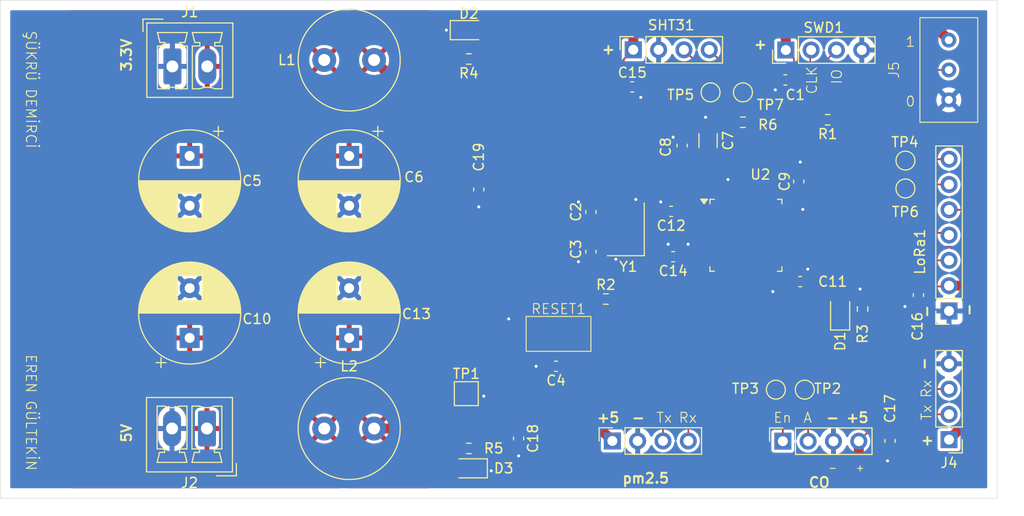
<source format=kicad_pcb>
(kicad_pcb (version 20241229) (generator "pcbnew") (generator_version "9.0")
  (layers (0 "F.Cu" signal) (2 "B.Cu" signal) (13 "F.Paste" user) (15 "B.Paste" user) (5 "F.SilkS" user "F.Silkscreen") (7 "B.SilkS" user "B.Silkscreen") (1 "F.Mask" user) (3 "B.Mask" user) (25 "Edge.Cuts" user))
  (net 0 "")
  (net 1 "+5V")
  (net 2 "GND")
  (net 3 "+3.3V")
  (net 4 "/OSCIN")
  (net 5 "/OSCOUT")
  (net 6 "/Reset")
  (net 7 "Net-(D2-A)")
  (net 8 "/debug_led_anot")
  (net 9 "/led_katot")
  (net 10 "/SWDCLK")
  (net 11 "/SWDIO")
  (net 12 "/B0")
  (net 13 "/CO_ADC")
  (net 14 "/CO_Enb")
  (net 15 "/SHT31_SDA")
  (net 16 "/SHT31_SCL")
  (net 17 "/mcu_LoRa_RX")
  (net 18 "/mcu_LoRa_TX")
  (net 19 "/AUX")
  (net 20 "/M1")
  (net 21 "/M0")
  (net 22 "/mcu__pm_rx")
  (net 23 "/mcu_pm_tx")
  (net 24 "/BOOT0")
  (net 25 "Net-(D3-A)")
  (net 44 "+3.3V_INPUT")
  (net 45 "+5V_INPUT")
  (net 47 "Net-(U2-PB6)")
  (net 48 "/Debug_Rx")
  (net 49 "/Debug_Tx")
  (footprint "TestPoint:TestPoint_Pad_D1.5mm" (layer "F.Cu") (at 142.8 66.1)
    (property "Reference" "TP3")
    (property "Value" "TP_En")
  )
  (footprint "Connector_PinHeader_2.54mm:PinHeader_1x04_P2.54mm_Vertical" (layer "F.Cu") (at 160.175 71.12 180)
    (property "Reference" "J4")
    (property "Value" "Conn_01x04")
  )
  (footprint "Connector_Phoenix_MC:PhoenixContact_MCV_1,5_2-G-3.5_1x02_P3.50mm_Vertical" (layer "F.Cu") (at 85.7325 70 180)
    (property "Reference" "J2")
    (property "Value" "PowerInput5")
  )
  (footprint "LED_SMD:LED_0805_2012Metric_Pad1.15x1.40mm_HandSolder" (layer "F.Cu") (at 112 30)
    (property "Reference" "D2")
    (property "Value" "led3.3")
  )
  (footprint "Capacitor_SMD:C_0603_1608Metric_Pad1.08x0.95mm_HandSolder" (layer "F.Cu") (at 113 46 -90)
    (property "Reference" "C19")
    (property "Value" "100nF")
  )
  (footprint "Connector_PinSocket_2.54mm:PinSocket_1x04_P2.54mm_Vertical" (layer "F.Cu") (at 126.4 71.25 90)
    (property "Reference" "pm2.5")
    (property "Value" "Conn_01x04_Socket")
  )
  (footprint "LED_SMD:LED_0805_2012Metric_Pad1.15x1.40mm_HandSolder" (layer "F.Cu") (at 149.25 58.25 90)
    (property "Reference" "D1")
    (property "Value" "debug_led 1206")
  )
  (footprint "Package_QFP:LQFP-48_7x7mm_P0.5mm" (layer "F.Cu") (at 139.8 50.6)
    (property "Reference" "U2")
    (property "Value" "STM32F103C8Tx")
  )
  (footprint "Capacitor_THT:CP_Radial_D10.0mm_P5.00mm" (layer "F.Cu") (at 84 42.632323 -90)
    (property "Reference" "C5")
    (property "Value" "1000uF 25V 10x17 5MM")
  )
  (footprint "Library:DTS-3_Button" (layer "F.Cu") (at 121 60.5)
    (property "Reference" "RESET1")
    (property "Value" "SW_Push")
  )
  (footprint "Resistor_SMD:R_0603_1608Metric" (layer "F.Cu") (at 148 39 180)
    (property "Reference" "R1")
    (property "Value" "10k")
  )
  (footprint "Resistor_SMD:R_0603_1608Metric" (layer "F.Cu") (at 151.5 58 -90)
    (property "Reference" "R3")
    (property "Value" "100")
  )
  (footprint "Resistor_SMD:R_0603_1608Metric" (layer "F.Cu") (at 112 72)
    (property "Reference" "R5")
    (property "Value" "100")
  )
  (footprint "Capacitor_SMD:C_0603_1608Metric_Pad1.08x0.95mm_HandSolder" (layer "F.Cu") (at 117 71 -90)
    (property "Reference" "C18")
    (property "Value" "100nF")
  )
  (footprint "Capacitor_THT:CP_Radial_D10.0mm_P5.00mm" (layer "F.Cu") (at 84 60.907677 90)
    (property "Reference" "C10")
    (property "Value" "1000uF 25V 10x17 5MM")
  )
  (footprint "Capacitor_SMD:C_0603_1608Metric_Pad1.08x0.95mm_HandSolder" (layer "F.Cu") (at 154.25 71.25 -90)
    (property "Reference" "C17")
    (property "Value" "100nF")
  )
  (footprint "Connector_PinSocket_2.54mm:PinSocket_1x07_P2.54mm_Vertical" (layer "F.Cu") (at 160.175 58.2 180)
    (property "Reference" "LoRa1")
    (property "Value" "Conn_01x07_Socket")
  )
  (footprint "Connector_Phoenix_MC:PhoenixContact_MCV_1,5_2-G-3.5_1x02_P3.50mm_Vertical" (layer "F.Cu") (at 82.2675 33.6425)
    (property "Reference" "J1")
    (property "Value" "PowerInput3.3")
  )
  (footprint "Resistor_SMD:R_0603_1608Metric" (layer "F.Cu") (at 112 32.9 180)
    (property "Reference" "R4")
    (property "Value" "100")
  )
  (footprint "Capacitor_SMD:C_0603_1608Metric_Pad1.08x0.95mm_HandSolder" (layer "F.Cu") (at 128.4 35.7)
    (property "Reference" "C15")
    (property "Value" "100nF")
  )
  (footprint "Capacitor_SMD:C_0603_1608Metric_Pad1.08x0.95mm_HandSolder" (layer "F.Cu") (at 145.25 55.25)
    (property "Reference" "C11")
    (property "Value" "100nF")
  )
  (footprint "Capacitor_SMD:C_0603_1608Metric_Pad1.08x0.95mm_HandSolder" (layer "F.Cu") (at 157.1 56.6 -90)
    (property "Reference" "C16")
    (property "Value" "100nF")
  )
  (footprint "Capacitor_SMD:C_0603_1608Metric_Pad1.08x0.95mm_HandSolder" (layer "F.Cu") (at 143.75 35 180)
    (property "Reference" "C1")
    (property "Value" "100nF")
  )
  (footprint "Crystal:Crystal_SMD_5032-4Pin_5.0x3.2mm" (layer "F.Cu") (at 127.75 50 90)
    (property "Reference" "Y1")
    (property "Value" "Crystal_GND24_Small")
  )
  (footprint "Connector_PinHeader_2.54mm:PinHeader_1x04_P2.54mm_Vertical" (layer "F.Cu") (at 143.8 32 90)
    (property "Reference" "SWD1")
    (property "Value" "SWD")
  )
  (footprint "Capacitor_SMD:C_0603_1608Metric_Pad1.08x0.95mm_HandSolder" (layer "F.Cu") (at 132.5 52.75 180)
    (property "Reference" "C14")
    (property "Value" "100nF")
  )
  (footprint "Library:SSL-12F20-G4" (layer "F.Cu") (at 155.15 34 90)
    (property "Reference" "J5")
    (property "Value" "Conn_01x03_Pin")
  )
  (footprint "Capacitor_SMD:C_0603_1608Metric_Pad1.08x0.95mm_HandSolder" (layer "F.Cu") (at 120.75 63.75 180)
    (property "Reference" "C4")
    (property "Value" "100nF")
  )
  (footprint "Capacitor_THT:CP_Radial_D10.0mm_P5.00mm" (layer "F.Cu") (at 100 60.907677 90)
    (property "Reference" "C13")
    (property "Value" "1000uF 25V 10x17 5MM")
  )
  (footprint "Resistor_SMD:R_0603_1608Metric" (layer "F.Cu") (at 125.75 57)
    (property "Reference" "R2")
    (property "Value" "10k")
  )
  (footprint "Capacitor_SMD:C_0603_1608Metric_Pad1.08x0.95mm_HandSolder" (layer "F.Cu") (at 133.4 41.6 90)
    (property "Reference" "C8")
    (property "Value" "100nF")
  )
  (footprint "Inductor_THT:L_Radial_D10.0mm_P5.00mm_Neosid_SD12_style3" (layer "F.Cu") (at 97.5 70)
    (property "Reference" "L2")
    (property "Value" "100UH 11X13MM RADIAL")
  )
  (footprint "Capacitor_SMD:C_0603_1608Metric_Pad1.08x0.95mm_HandSolder" (layer "F.Cu") (at 145.1 45.2 90)
    (property "Reference" "C9")
    (property "Value" "100nF")
  )
  (footprint "Capacitor_SMD:C_0603_1608Metric_Pad1.08x0.95mm_HandSolder" (layer "F.Cu") (at 132.3 48.2 180)
    (property "Reference" "C12")
    (property "Value" "100nF")
  )
  (footprint "Inductor_THT:L_Radial_D10.0mm_P5.00mm_Neosid_SD12_style3" (layer "F.Cu") (at 97.5 33)
    (property "Reference" "L1")
    (property "Value" "100UH 11X13MM RADIAL")
  )
  (footprint "TestPoint:TestPoint_Pad_D1.5mm" (layer "F.Cu") (at 155.8 45.9)
    (property "Reference" "TP6")
    (property "Value" "TP_M1")
  )
  (footprint "TestPoint:TestPoint_Pad_2.0x2.0mm" (layer "F.Cu") (at 111.75 66.5)
    (property "Reference" "TP1")
    (property "Value" "TP_GND")
  )
  (footprint "TestPoint:TestPoint_Pad_D1.5mm" (layer "F.Cu") (at 155.8 43.1)
    (property "Reference" "TP4")
    (property "Value" "TP_M0")
  )
  (footprint "Capacitor_SMD:C_0603_1608Metric_Pad1.08x0.95mm_HandSolder" (layer "F.Cu") (at 124.25 48.25 -90)
    (property "Reference" "C2")
    (property "Value" "22pF")
  )
  (footprint "Connector_PinSocket_2.54mm:PinSocket_1x04_P2.54mm_Vertical" (layer "F.Cu") (at 128.5 31.975 90)
    (property "Reference" "SHT31")
    (property "Value" "SHT31")
  )
  (footprint "Capacitor_SMD:C_1206_3216Metric" (layer "F.Cu") (at 136 41.1 90)
    (property "Reference" "C7")
    (property "Value" "4.7uF")
  )
  (footprint "TestPoint:TestPoint_Pad_D1.5mm" (layer "F.Cu") (at 145.7 66.1)
    (property "Reference" "TP2")
    (property "Value" "TP_ADC")
  )
  (footprint "TestPoint:TestPoint_Pad_D1.5mm" (layer "F.Cu") (at 136.25 36.25)
    (property "Reference" "TP5")
    (property "Value" "TP_Scl")
  )
  (footprint "TestPoint:TestPoint_Pad_D1.5mm" (layer "F.Cu") (at 139.5 36.25)
    (property "Reference" "TP7")
    (property "Value" "TP_Sda")
  )
  (footprint "Capacitor_THT:CP_Radial_D10.0mm_P5.00mm" (layer "F.Cu") (at 100 42.632323 -90)
    (property "Reference" "C6")
    (property "Value" "1000uF 25V 10x17 5MM")
  )
  (footprint "Resistor_SMD:R_0603_1608Metric" (layer "F.Cu") (at 139.5 39.25)
    (property "Reference" "R6")
    (property "Value" "0R")
  )
  (footprint "LED_SMD:LED_0805_2012Metric_Pad1.15x1.40mm_HandSolder" (layer "F.Cu") (at 112 74 180)
    (property "Reference" "D3")
    (property "Value" "led5")
  )
  (footprint "Connector_PinSocket_2.54mm:PinSocket_1x04_P2.54mm_Vertical" (layer "F.Cu") (at 143.5 71.275 90)
    (property "Reference" "J3" (hide yes))
    (property "Value" "MiCS-5524 CO")
  )
  (footprint "Capacitor_SMD:C_0603_1608Metric_Pad1.08x0.95mm_HandSolder" (layer "F.Cu") (at 124.25 52.25 90)
    (property "Reference" "C3")
    (property "Value" "22pF")
  )
  (gr_line (start 151.25 73.75) (end 151.25 74.25) (stroke (width 0.1)) (layer "F.SilkS"))
  (gr_line (start 148.25 74) (end 148.75 74) (stroke (width 0.1)) (layer "F.SilkS"))
  (gr_line (start 151 74) (end 151.5 74) (stroke (width 0.1)) (layer "F.SilkS"))
  (gr_line (start 165 77) (end 165 75) (stroke (width 0.05)) (layer "Edge.Cuts"))
  (gr_line (start 65 27) (end 165 27) (stroke (width 0.05)) (layer "Edge.Cuts"))
  (gr_line (start 65 27) (end 65 77) (stroke (width 0.05)) (layer "Edge.Cuts"))
  (gr_line (start 165 75) (end 165 27) (stroke (width 0.05)) (layer "Edge.Cuts"))
  (gr_line (start 65 77) (end 165 77) (stroke (width 0.05)) (layer "Edge.Cuts"))
  (gr_text "1" (at 155.75 31.75 0) (layer "F.SilkS") (effects (font (size 1 1) (thickness 0.1)) (justify left bottom)))
  (gr_text "Tx" (at 130.75 69.5 0) (layer "F.SilkS") (effects (font (size 1 1) (thickness 0.1)) (justify left bottom)))
  (gr_text "+" (at 157.25 71.75 0) (layer "F.SilkS") (effects (font (size 1 1) (thickness 0.2) (bold yes)) (justify left bottom)))
  (gr_text "+" (at 140.5 32 0) (layer "F.SilkS") (effects (font (size 1 1) (thickness 0.2) (bold yes)) (justify left bottom)))
  (gr_text "Rx" (at 133 69.5 0) (layer "F.SilkS") (effects (font (size 1 1) (thickness 0.1)) (justify left bottom)))
  (gr_text "Rx" (at 158.5 67 90) (layer "F.SilkS") (effects (font (size 1 1) (thickness 0.1)) (justify left bottom)))
  (gr_text "CLK" (at 147 36.5 90) (layer "F.SilkS") (effects (font (size 1 1) (thickness 0.1)) (justify left bottom)))
  (gr_text "CO" (at 146 76 0) (layer "F.SilkS") (effects (font (size 1 1) (thickness 0.2) (bold yes)) (justify left bottom)))
  (gr_text "5V" (at 78.25 71.5 90) (layer "F.SilkS") (effects (font (size 1 1) (thickness 0.2) (bold yes)) (justify left bottom)))
  (gr_text "+" (at 125.25 32.5 0) (layer "F.SilkS") (effects (font (size 1 1) (thickness 0.2) (bold yes)) (justify left bottom)))
  (gr_text "+5" (at 124.75 69.5 0) (layer "F.SilkS") (effects (font (size 1 1) (thickness 0.2) (bold yes)) (justify left bottom)))
  (gr_text "EREN GÜLTEKİN" (at 67.5 62.5 270) (layer "F.SilkS") (effects (font (size 1 1) (thickness 0.1)) (justify left bottom)))
  (gr_text "IO" (at 149.5 35.5 90) (layer "F.SilkS") (effects (font (size 1 1) (thickness 0.1)) (justify left bottom)))
  (gr_text "En" (at 142.5 69.5 0) (layer "F.SilkS") (effects (font (size 1 1) (thickness 0.1)) (justify left bottom)))
  (gr_text "-" (at 162.75 58.835 90) (layer "F.SilkS") (effects (font (size 1 1) (thickness 0.2) (bold yes)) (justify left bottom)))
  (gr_text "A" (at 145.5 69.5 0) (layer "F.SilkS") (effects (font (size 1 1) (thickness 0.1)) (justify left bottom)))
  (gr_text "-" (at 147.75 69.5 0) (layer "F.SilkS") (effects (font (size 1 1) (thickness 0.2) (bold yes)) (justify left bottom)))
  (gr_text "+5" (at 149.75 69.5 0) (layer "F.SilkS") (effects (font (size 1 1) (thickness 0.2) (bold yes)) (justify left bottom)))
  (gr_text "-" (at 158.25 64.25 90) (layer "F.SilkS") (effects (font (size 1 1) (thickness 0.2) (bold yes)) (justify left bottom)))
  (gr_text "-" (at 158.5 59 90) (layer "F.SilkS") (effects (font (size 1 1) (thickness 0.2) (bold yes)) (justify left bottom)))
  (gr_text "-" (at 128.25 69.5 0) (layer "F.SilkS") (effects (font (size 1 1) (thickness 0.2) (bold yes)) (justify left bottom)))
  (gr_text "3.3V" (at 78.25 34.25 90) (layer "F.SilkS") (effects (font (size 1 1) (thickness 0.2) (bold yes)) (justify left bottom)))
  (gr_text "0" (at 155.75 37.75 0) (layer "F.SilkS") (effects (font (size 1 1) (thickness 0.1)) (justify left bottom)))
  (gr_text "ŞÜKRÜ DEMİRCİ" (at 67.5 30 270) (layer "F.SilkS") (effects (font (size 1 1) (thickness 0.1)) (justify left bottom)))
  (gr_text "Tx" (at 158.5 69.25 90) (layer "F.SilkS") (effects (font (size 1 1) (thickness 0.1)) (justify left bottom)))
  (segment (start 152.0075 70.3875) (end 151.12 71.275) (width 0.18) (layer "F.Cu") (net 1))
  (segment (start 123 74) (end 121 72) (width 1) (layer "F.Cu") (net 1))
  (segment (start 112.825 72) (end 112.825 70.175) (width 0.18) (layer "F.Cu") (net 1))
  (segment (start 102.5 70) (end 113 70) (width 1) (layer "F.Cu") (net 1))
  (segment (start 154.25 70.3875) (end 152.0075 70.3875) (width 0.18) (layer "F.Cu") (net 1))
  (segment (start 125.15 70) (end 126.4 71.25) (width 1) (layer "F.Cu") (net 1))
  (segment (start 121 72) (end 121 70) (width 1) (layer "F.Cu") (net 1))
  (segment (start 113 70) (end 121 70) (width 1) (layer "F.Cu") (net 1))
  (segment (start 151.12 71.275) (end 151.12 72.63) (width 1) (layer "F.Cu") (net 1))
  (segment (start 151.12 71.275) (end 151.12 70.88) (width 0.18) (layer "F.Cu") (net 1))
  (segment (start 112.825 70.175) (end 113 70) (width 0.18) (layer "F.Cu") (net 1))
  (segment (start 121 70) (end 125.15 70) (width 1) (layer "F.Cu") (net 1))
  (segment (start 151.12 72.63) (end 149.75 74) (width 1) (layer "F.Cu") (net 1))
  (segment (start 149.75 74) (end 123 74) (width 1) (layer "F.Cu") (net 1))
  (segment (start 136 39) (end 135.75 38.75) (width 0.18) (layer "F.Cu") (net 2))
  (segment (start 119.8875 63.75) (end 118.75 63.75) (width 0.18) (layer "F.Cu") (net 2))
  (segment (start 134.15 51.35) (end 134 51.5) (width 0.18) (layer "F.Cu") (net 2))
  (segment (start 137.55 46.4375) (end 137.55 45.45) (width 0.18) (layer "F.Cu") (net 2))
  (segment (start 111.75 66.5) (end 113.25 66.5) (width 0.16) (layer "F.Cu") (net 2))
  (segment (start 116.38 59.38) (end 116 59) (width 0.18) (layer "F.Cu") (net 2))
  (segment (start 145.1 43.4) (end 145.25 43.25) (width 0.18) (layer "F.Cu") (net 2))
  (segment (start 123.1375 53.1125) (end 123 53.25) (width 0.18) (layer "F.Cu") (net 2))
  (segment (start 154.25 73) (end 154 73.25) (width 0.18) (layer "F.Cu") (net 2))
  (segment (start 113.25 66.5) (end 113.5 66.75) (width 0.16) (layer "F.Cu") (net 2))
  (segment (start 117 71.8625) (end 117 72.75) (width 0.18) (layer "F.Cu") (net 2))
  (segment (start 142.8875 35) (end 142.8875 35.8625) (width 0.2) (layer "F.Cu") (net 2))
  (segment (start 151.5 56.25) (end 151.25 56) (width 0.18) (layer "F.Cu") (net 2))
  (segment (start 142.05 55.8) (end 142.5 56.25) (width 0.18) (layer "F.Cu") (net 2))
  (segment (start 142.05 54.7625) (end 142.05 55.8) (width 0.18) (layer "F.Cu") (net 2))
  (segment (start 145.1 44.3375) (end 145.1 43.4) (width 0.18) (layer "F.Cu") (net 2))
  (segment (start 110.975 30) (end 109.75 30) (width 0.18) (layer "F.Cu") (net 2))
  (segment (start 124.25 47.3875) (end 123.1375 47.3875) (width 0.18) (layer "F.Cu") (net 2))
  (segment (start 131.4375 47.4375) (end 131.25 47.25) (width 0.18) (layer "F.Cu") (net 2))
  (segment (start 146.1125 55.25) (end 146.1125 54.1125) (width 0.16) (layer "F.Cu") (net 2))
  (segment (start 113.025 74) (end 114 74) (width 0.18) (layer "F.Cu") (net 2))
  (segment (start 119.8875 62.1375) (end 119.8875 63.75) (width 0.16) (layer "F.Cu") (net 2))
  (segment (start 151.5 57.175) (end 151.5 56.25) (width 0.18) (layer "F.Cu") (net 2))
  (segment (start 131.4375 48.2) (end 131.4375 47.4375) (width 0.18) (layer "F.Cu") (net 2))
  (segment (start 146.1125 54.1125) (end 146 54) (width 0.16) (layer "F.Cu") (net 2))
  (segment (start 116.38 60.5) (end 118.25 60.5) (width 0.16) (layer "F.Cu") (net 2))
  (segment (start 124.25 53.1125) (end 123.1375 53.1125) (width 0.18) (layer "F.Cu") (net 2))
  (segment (start 129.2625 35.7) (end 129.2625 36.7375) (width 0.18) (layer "F.Cu") (net 2))
  (segment (start 131.6375 52.75) (end 131.6375 51.8625) (width 0.18) (layer "F.Cu") (net 2))
  (segment (start 145.15 48.35) (end 145.5 48) (width 0.18) (layer "F.Cu") (net 2))
  (segment (start 113 46.8625) (end 113 47.75) (width 0.18) (layer "F.Cu") (net 2))
  (segment (start 136 39.625) (end 136 39) (width 0.18) (layer "F.Cu") (net 2))
  (segment (start 114 74) (end 114.25 74.25) (width 0.18) (layer "F.Cu") (net 2))
  (segment (start 123.1375 47.3875) (end 123 47.25) (width 0.18) (layer "F.Cu") (net 2))
  (segment (start 154.25 72.1125) (end 154.25 73) (width 0.18) (layer "F.Cu") (net 2))
  (segment (start 128.75 48.35) (end 128.75 47) (width 0.18) (layer "F.Cu") (net 2))
  (segment (start 132.5125 40.7375) (end 132.5 40.75) (width 0.18) (layer "F.Cu") (net 2))
  (segment (start 116.38 60.5) (end 116.38 59.38) (width 0.18) (layer "F.Cu") (net 2))
  (segment (start 137.55 45.45) (end 138 45) (width 0.18) (layer "F.Cu") (net 2))
  (segment (start 118.25 60.5) (end 119.8875 62.1375) (width 0.16) (layer "F.Cu") (net 2))
  (segment (start 126.75 51.65) (end 126.75 53) (width 0.18) (layer "F.Cu") (net 2))
  (segment (start 142.8875 35.8625) (end 142.75 36) (width 0.2) (layer "F.Cu") (net 2))
  (segment (start 129.2625 36.7375) (end 129.25 36.75) (width 0.18) (layer "F.Cu") (net 2))
  (segment (start 131.6375 51.8625) (end 132 51.5) (width 0.18) (layer "F.Cu") (net 2))
  (segment (start 133.4 40.7375) (end 132.5125 40.7375) (width 0.18) (layer "F.Cu") (net 2))
  (segment (start 143.9625 48.35) (end 145.15 48.35) (width 0.18) (layer "F.Cu") (net 2))
  (segment (start 156.0375 57.4625) (end 155.75 57.75) (width 0.18) (layer "F.Cu") (net 2))
  (segment (start 135.6375 51.35) (end 134.15 51.35) (width 0.18) (layer "F.Cu") (net 2))
  (segment (start 157.1 57.4625) (end 156.0375 57.4625) (width 0.18) (layer "F.Cu") (net 2))
  (via (at 154 73.25) (size 0.6) (drill 0.3) (layers "F.Cu" "B.Cu") (net 2))
  (via (at 145.5 48) (size 0.6) (drill 0.3) (layers "F.Cu" "B.Cu") (net 2))
  (via (at 132.5 40.75) (size 0.6) (drill 0.3) (layers "F.Cu" "B.Cu") (net 2))
  (via (at 129.25 36.75) (size 0.6) (drill 0.3) (layers "F.Cu" "B.Cu") (net 2))
  (via (at 109.75 30) (size 0.6) (drill 0.3) (layers "F.Cu" "B.Cu") (net 2))
  (via (at 138 45) (size 0.6) (drill 0.3) (layers "F.Cu" "B.Cu") (net 2))
  (via (at 118.75 63.75) (size 0.6) (drill 0.3) (layers "F.Cu" "B.Cu") (net 2))
  (via (at 142.5 56.25) (size 0.6) (drill 0.3) (layers "F.Cu" "B.Cu") (net 2))
  (via (at 135.75 38.75) (size 0.6) (drill 0.3) (layers "F.Cu" "B.Cu") (net 2))
  (via (at 134 51.5) (size 0.6) (drill 0.3) (layers "F.Cu" "B.Cu") (net 2))
  (via (at 132 51.5) (size 0.6) (drill 0.3) (layers "F.Cu" "B.Cu") (net 2))
  (via (at 126.75 53) (size 0.6) (drill 0.3) (layers "F.Cu" "B.Cu") (net 2))
  (via (at 151.25 56) (size 0.6) (drill 0.3) (layers "F.Cu" "B.Cu") (net 2))
  (via (at 123 47.25) (size 0.6) (drill 0.3) (layers "F.Cu" "B.Cu") (net 2))
  (via (at 145.25 43.25) (size 0.6) (drill 0.3) (layers "F.Cu" "B.Cu") (net 2))
  (via (at 116 59) (size 0.6) (drill 0.3) (layers "F.Cu" "B.Cu") (net 2))
  (via (at 114.25 74.25) (size 0.6) (drill 0.3) (layers "F.Cu" "B.Cu") (net 2))
  (via (at 142.75 36) (size 0.6) (drill 0.3) (layers "F.Cu" "B.Cu") (net 2))
  (via (at 117 72.75) (size 0.6) (drill 0.3) (layers "F.Cu" "B.Cu") (net 2))
  (via (at 123 53.25) (size 0.6) (drill 0.3) (layers "F.Cu" "B.Cu") (net 2))
  (via (at 113 47.75) (size 0.6) (drill 0.3) (layers "F.Cu" "B.Cu") (net 2))
  (via (at 113.5 66.75) (size 0.6) (drill 0.3) (layers "F.Cu" "B.Cu") (net 2))
  (via (at 146 54) (size 0.6) (drill 0.3) (layers "F.Cu" "B.Cu") (net 2))
  (via (at 131.25 47.25) (size 0.6) (drill 0.3) (layers "F.Cu" "B.Cu") (net 2))
  (via (at 155.75 57.75) (size 0.6) (drill 0.3) (layers "F.Cu" "B.Cu") (net 2))
  (via (at 128.75 47) (size 0.6) (drill 0.3) (layers "F.Cu" "B.Cu") (net 2))
  (segment (start 144.6125 32.8125) (end 143.8 32) (width 0.16) (layer "F.Cu") (net 3))
  (segment (start 104.5 35) (end 109.75 35) (width 1) (layer "F.Cu") (net 3))
  (segment (start 143.9625 47.85) (end 137.65 47.85) (width 0.16) (layer "F.Cu") (net 3))
  (segment (start 135.6375 47.85) (end 136.85 47.85) (width 0.16) (layer "F.Cu") (net 3))
  (segment (start 133.4 42.4625) (end 135.8875 42.4625) (width 0.2) (layer "F.Cu") (net 3))
  (segment (start 102.5 33) (end 104.5 35) (width 1) (layer "F.Cu") (net 3))
  (segment (start 122.25 57) (end 119.5 54.25) (width 0.16) (layer "F.Cu") (net 3))
  (segment (start 135.8875 42.4625) (end 136 42.575) (width 0.2) (layer "F.Cu") (net 3))
  (segment (start 157.1 55.7375) (end 160.0975 55.7375) (width 0.18) (layer "F.Cu") (net 3))
  (segment (start 162.25 28.75) (end 157.9 28.75) (width 1) (layer "F.Cu") (net 3))
  (segment (start 142.55 53.55) (end 138.5 49.5) (width 0.16) (layer "F.Cu") (net 3))
  (segment (start 136.65 51.85) (end 135.6375 51.85) (width 0.16) (layer "F.Cu") (net 3))
  (segment (start 133.3625 52.75) (end 133.980318 52.75) (width 0.18) (layer "F.Cu") (net 3))
  (segment (start 124.925 57) (end 122.25 57) (width 0.16) (layer "F.Cu") (net 3))
  (segment (start 137.05 46.4375) (end 137.05 43.625) (width 0.2) (layer "F.Cu") (net 3))
  (segment (start 136.85 47.85) (end 137 48) (width 0.16) (layer "F.Cu") (net 3))
  (segment (start 138.5 49.5) (end 137 49.5) (width 0.16) (layer "F.Cu") (net 3))
  (segment (start 137.05 43.625) (end 136 42.575) (width 0.2) (layer "F.Cu") (net 3))
  (segment (start 111.175 33.575) (end 109.75 35) (width 0.18) (layer "F.Cu") (net 3))
  (segment (start 109.75 35) (end 119.75 35) (width 1) (layer "F.Cu") (net 3))
  (segment (start 163.25 68.045) (end 163.25 55.25) (width 1) (layer "F.Cu") (net 3))
  (segment (start 143.8 29.05) (end 143.5 28.75) (width 1) (layer "F.Cu") (net 3))
  (segment (start 143.6125 32.1875) (end 143.8 32) (width 0.18) (layer "F.Cu") (net 3))
  (segment (start 137 49.5) (end 137 51.5) (width 0.16) (layer "F.Cu") (net 3))
  (segment (start 144.6125 35) (end 144.6125 32.8125) (width 0.16) (layer "F.Cu") (net 3))
  (segment (start 128.5 31.975) (end 128.5 29) (width 1) (layer "F.Cu") (net 3))
  (segment (start 137 48.5) (end 137 49.5) (width 0.16) (layer "F.Cu") (net 3))
  (segment (start 160.175 71.12) (end 163.25 68.045) (width 1) (layer "F.Cu") (net 3))
  (segment (start 142.55 54.7625) (end 143.0375 55.25) (width 0.18) (layer "F.Cu") (net 3))
  (segment (start 137.65 47.85) (end 137 48.5) (width 0.16) (layer "F.Cu") (net 3))
  (segment (start 142.55 54.7625) (end 142.55 53.55) (width 0.16) (layer "F.Cu") (net 3))
  (segment (start 128.5 29) (end 128.75 28.75) (width 1) (layer "F.Cu") (net 3))
  (segment (start 145.1 46.0625) (end 145.1 46.7125) (width 0.18) (layer "F.Cu") (net 3))
  (segment (start 162.84 55.66) (end 163.25 55.25) (width 1) (layer "F.Cu") (net 3))
  (segment (start 135.6375 47.85) (end 133.5125 47.85) (width 0.16) (layer "F.Cu") (net 3))
  (segment (start 119.5 54.25) (end 119.5 45) (width 0.16) (layer "F.Cu") (net 3))
  (segment (start 137 48) (end 137 48.5) (width 0.16) (layer "F.Cu") (net 3))
  (segment (start 126 28.75) (end 128.75 28.75) (width 1) (layer "F.Cu") (net 3))
  (segment (start 137 51.5) (end 136.65 51.85) (width 0.16) (layer "F.Cu") (net 3))
  (segment (start 160.0975 55.7375) (end 160.175 55.66) (width 0.18) (layer "F.Cu") (net 3))
  (segment (start 134.880318 51.85) (end 135.6375 51.85) (width 0.18) (layer "F.Cu") (net 3))
  (segment (start 157.9 28.75) (end 160.15 31) (width 1) (layer "F.Cu") (net 3))
  (segment (start 127.5375 35.7) (end 127.5375 32.9375) (width 0.18) (layer "F.Cu") (net 3))
  (segment (start 127.5375 32.9375) (end 128.5 31.975) (width 0.18) (layer "F.Cu") (net 3))
  (segment (start 128.75 28.75) (end 143.5 28.75) (width 1) (layer "F.Cu") (net 3))
  (segment (start 111.175 32.9) (end 111.175 33.575) (width 0.18) (layer "F.Cu") (net 3))
  (segment (start 163.25 29.75) (end 162.25 28.75) (width 1) (layer "F.Cu") (net 3))
  (segment (start 133.980318 52.75) (end 134.880318 51.85) (width 0.18) (layer "F.Cu") (net 3))
  (segment (start 133.5125 47.85) (end 133.1625 48.2) (width 0.16) (layer "F.Cu") (net 3))
  (segment (start 143.0375 55.25) (end 144.3875 55.25) (width 0.18) (layer "F.Cu") (net 3))
  (segment (start 145.1 46.7125) (end 143.9625 47.85) (width 0.18) (layer "F.Cu") (net 3))
  (segment (start 163.25 55.25) (end 163.25 29.75) (width 1) (layer "F.Cu") (net 3))
  (segment (start 143.8 32) (end 143.8 29.05) (width 1) (layer "F.Cu") (net 3))
  (segment (start 119.75 35) (end 126 28.75) (width 1) (layer "F.Cu") (net 3))
  (segment (start 143.5 28.75) (end 157.9 28.75) (width 1) (layer "F.Cu") (net 3))
  (segment (start 160.175 55.66) (end 162.84 55.66) (width 1) (layer "F.Cu") (net 3))
  (segment (start 124.25 49.1125) (end 125.9875 49.1125) (width 0.18) (layer "F.Cu") (net 4))
  (segment (start 128.25 49.85) (end 135.6375 49.85) (width 0.16) (layer "F.Cu") (net 4))
  (segment (start 125.9875 49.1125) (end 126.75 48.35) (width 0.18) (layer "F.Cu") (net 4))
  (segment (start 126.75 48.35) (end 128.25 49.85) (width 0.16) (layer "F.Cu") (net 4))
  (segment (start 130.05 50.35) (end 135.6375 50.35) (width 0.16) (layer "F.Cu") (net 5))
  (segment (start 124.25 51.3875) (end 125.1375 50.5) (width 0.18) (layer "F.Cu") (net 5))
  (segment (start 128.75 51.65) (end 130.05 50.35) (width 0.16) (layer "F.Cu") (net 5))
  (segment (start 128.75 51) (end 128.75 51.65) (width 0.18) (layer "F.Cu") (net 5))
  (segment (start 128.25 50.5) (end 128.75 51) (width 0.18) (layer "F.Cu") (net 5))
  (segment (start 125.1375 50.5) (end 128.25 50.5) (width 0.18) (layer "F.Cu") (net 5))
  (segment (start 121.6125 62.3875) (end 121.6125 63.75) (width 0.18) (layer "F.Cu") (net 6))
  (segment (start 128.75 57) (end 126.575 57) (width 0.16) (layer "F.Cu") (net 6))
  (segment (start 125.63 58.12) (end 125.63 60.5) (width 0.16) (layer "F.Cu") (net 6))
  (segment (start 126.575 57.175) (end 125.63 58.12) (width 0.16) (layer "F.Cu") (net 6))
  (segment (start 126.575 57) (end 126.575 57.175) (width 0.16) (layer "F.Cu") (net 6))
  (segment (start 130 51.25) (end 130 55.75) (width 0.16) (layer "F.Cu") (net 6))
  (segment (start 135.6375 50.85) (end 130.4 50.85) (width 0.16) (layer "F.Cu") (net 6))
  (segment (start 130 55.75) (end 128.75 57) (width 0.16) (layer "F.Cu") (net 6))
  (segment (start 123.5 60.5) (end 121.6125 62.3875) (width 0.18) (layer "F.Cu") (net 6))
  (segment (start 130.4 50.85) (end 130 51.25) (width 0.16) (layer "F.Cu") (net 6))
  (segment (start 125.63 60.5) (end 123.5 60.5) (width 0.18) (layer "F.Cu") (net 6))
  (segment (start 112.825 32.9) (end 112.825 30.2) (width 0.18) (layer "F.Cu") (net 7))
  (segment (start 112.825 30.2) (end 113.025 30) (width 0.18) (layer "F.Cu") (net 7))
  (segment (start 149.25 55.624178) (end 149.25 57.225) (width 0.18) (layer "F.Cu") (net 8))
  (segment (start 146.475822 52.85) (end 149.25 55.624178) (width 0.18) (layer "F.Cu") (net 8))
  (segment (start 146.475822 52.85) (end 143.9625 52.85) (width 0.18) (layer "F.Cu") (net 8))
  (segment (start 151.05 59.275) (end 151.5 58.825) (width 0.18) (layer "F.Cu") (net 9))
  (segment (start 149.25 59.275) (end 151.05 59.275) (width 0.18) (layer "F.Cu") (net 9))
  (segment (start 142.55 41.45) (end 142.55 46.4375) (width 0.16) (layer "F.Cu") (net 10))
  (segment (start 146.25 37.75) (end 142.55 41.45) (width 0.16) (layer "F.Cu") (net 10))
  (segment (start 146.25 32.09) (end 146.25 37.75) (width 0.16) (layer "F.Cu") (net 10))
  (segment (start 146.34 32) (end 146.25 32.09) (width 0.16) (layer "F.Cu") (net 10))
  (segment (start 148.88 32) (end 148 32.88) (width 0.16) (layer "F.Cu") (net 11))
  (segment (start 146.15 48.85) (end 143.9625 48.85) (width 0.16) (layer "F.Cu") (net 11))
  (segment (start 148 47) (end 146.15 48.85) (width 0.16) (layer "F.Cu") (net 11))
  (segment (start 148 32.88) (end 148 47) (width 0.16) (layer "F.Cu") (net 11))
  (segment (start 148.825 39) (end 153.825 39) (width 0.18) (layer "F.Cu") (net 12))
  (segment (start 154.825 35.175) (end 156 34) (width 0.16) (layer "F.Cu") (net 12))
  (segment (start 154.825 38) (end 154.825 35.175) (width 0.16) (layer "F.Cu") (net 12))
  (segment (start 156 34) (end 160.15 34) (width 0.16) (layer "F.Cu") (net 12))
  (segment (start 153.825 39) (end 154.825 38) (width 0.18) (layer "F.Cu") (net 12))
  (segment (start 146.04 71.275) (end 146.04 66.44) (width 0.18) (layer "F.Cu") (net 13))
  (segment (start 145.7 66.1) (end 139.55 59.95) (width 0.18) (layer "F.Cu") (net 13))
  (segment (start 139.55 59.95) (end 139.55 54.7625) (width 0.18) (layer "F.Cu") (net 13))
  (segment (start 146.04 66.44) (end 145.7 66.1) (width 0.18) (layer "F.Cu") (net 13))
  (segment (start 143.5 66.8) (end 142.8 66.1) (width 0.18) (layer "F.Cu") (net 14))
  (segment (start 143.5 71.275) (end 143.5 66.8) (width 0.18) (layer "F.Cu") (net 14))
  (segment (start 142.8 66.1) (end 139.05 62.35) (width 0.18) (layer "F.Cu") (net 14))
  (segment (start 139.05 62.35) (end 139.05 54.7625) (width 0.18) (layer "F.Cu") (net 14))
  (segment (start 139.25 36.25) (end 139.55 36.55) (width 0.18) (layer "F.Cu") (net 15))
  (segment (start 139.5 46.3875) (end 139.55 46.4375) (width 0.18) (layer "F.Cu") (net 15))
  (segment (start 139.25 35.105) (end 139.25 36.25) (width 0.18) (layer "F.Cu") (net 15))
  (segment (start 139.5 36.25) (end 139.5 46.3875) (width 0.18) (layer "F.Cu") (net 15))
  (segment (start 136.12 31.975) (end 139.25 35.105) (width 0.18) (layer "F.Cu") (net 15))
  (segment (start 136.25 36.25) (end 136.25 36.825) (width 0.18) (layer "F.Cu") (net 16))
  (segment (start 136.25 34.645) (end 136.25 36.25) (width 0.18) (layer "F.Cu") (net 16))
  (segment (start 136.25 36.825) (end 136.25 36.666) (width 0.25) (layer "F.Cu") (net 16))
  (segment (start 133.58 31.975) (end 136.25 34.645) (width 0.18) (layer "F.Cu") (net 16))
  (segment (start 136.25 36.825) (end 138.675 39.25) (width 0.18) (layer "F.Cu") (net 16))
  (segment (start 159.945 50.35) (end 160.175 50.58) (width 0.18) (layer "F.Cu") (net 17))
  (segment (start 143.9625 50.35) (end 159.945 50.35) (width 0.18) (layer "F.Cu") (net 17))
  (segment (start 162 48.5) (end 162 51.25) (width 0.18) (layer "F.Cu") (net 18))
  (segment (start 147.6 50.85) (end 143.9625 50.85) (width 0.18) (layer "F.Cu") (net 18))
  (segment (start 161.54 48.04) (end 162 48.5) (width 0.18) (layer "F.Cu") (net 18))
  (segment (start 160.175 48.04) (end 161.54 48.04) (width 0.18) (layer "F.Cu") (net 18))
  (segment (start 161.5 51.75) (end 148.5 51.75) (width 0.18) (layer "F.Cu") (net 18))
  (segment (start 162 51.25) (end 161.5 51.75) (width 0.18) (layer "F.Cu") (net 18))
  (segment (start 148.5 51.75) (end 147.6 50.85) (width 0.18) (layer "F.Cu") (net 18))
  (segment (start 148.37 53.12) (end 146.6 51.35) (width 0.18) (layer "F.Cu") (net 19))
  (segment (start 146.6 51.35) (end 143.9625 51.35) (width 0.18) (layer "F.Cu") (net 19))
  (segment (start 160.175 53.12) (end 148.37 53.12) (width 0.18) (layer "F.Cu") (net 19))
  (segment (start 160.175 45.5) (end 156.2 45.5) (width 0.18) (layer "F.Cu") (net 20))
  (segment (start 156.2 45.5) (end 155.8 45.9) (width 0.18) (layer "F.Cu") (net 20))
  (segment (start 155.8 45.9) (end 151.85 49.85) (width 0.18) (layer "F.Cu") (net 20))
  (segment (start 151.85 49.85) (end 143.9625 49.85) (width 0.18) (layer "F.Cu") (net 20))
  (segment (start 160.175 42.96) (end 155.94 42.96) (width 0.18) (layer "F.Cu") (net 21))
  (segment (start 155.94 42.96) (end 155.8 43.1) (width 0.18) (layer "F.Cu") (net 21))
  (segment (start 155.8 43.1) (end 149.55 49.35) (width 0.18) (layer "F.Cu") (net 21))
  (segment (start 149.55 49.35) (end 143.9625 49.35) (width 0.18) (layer "F.Cu") (net 21))
  (segment (start 134.02 59.02) (end 134.02 71.25) (width 0.16) (layer "F.Cu") (net 22))
  (segment (start 137.05 55.95) (end 134 59) (width 0.16) (layer "F.Cu") (net 22))
  (segment (start 134 59) (end 134.02 59.02) (width 0.16) (layer "F.Cu") (net 22))
  (segment (start 137.05 54.7625) (end 137.05 55.95) (width 0.16) (layer "F.Cu") (net 22))
  (segment (start 135.6375 53.35) (end 131.48 57.5075) (width 0.16) (layer "F.Cu") (net 23))
  (segment (start 131.48 57.5075) (end 131.48 71.25) (width 0.16) (layer "F.Cu") (net 23))
  (segment (start 146.5 39) (end 147.175 39) (width 0.18) (layer "F.Cu") (net 24))
  (segment (start 142.778682 47.466) (end 143.75 46.494682) (width 0.18) (layer "F.Cu") (net 24))
  (segment (start 139.05 46.4375) (end 139.05 47.194682) (width 0.18) (layer "F.Cu") (net 24))
  (segment (start 143.75 41.75) (end 146.5 39) (width 0.18) (layer "F.Cu") (net 24))
  (segment (start 139.05 47.194682) (end 139.321318 47.466) (width 0.18) (layer "F.Cu") (net 24))
  (segment (start 143.75 46.494682) (end 143.75 41.75) (width 0.18) (layer "F.Cu") (net 24))
  (segment (start 139.321318 47.466) (end 142.778682 47.466) (width 0.18) (layer "F.Cu") (net 24))
  (segment (start 110.975 72.2) (end 111.175 72) (width 0.18) (layer "F.Cu") (net 25))
  (segment (start 110.975 74) (end 110.975 72.2) (width 0.18) (layer "F.Cu") (net 25))
  (segment (start 140.325 39.25) (end 140.05 39.525) (width 0.18) (layer "F.Cu") (net 47))
  (segment (start 140.05 39.525) (end 140.05 46.4375) (width 0.18) (layer "F.Cu") (net 47))
  (segment (start 141.55 54.7625) (end 141.55 56.135801) (width 0.18) (layer "F.Cu") (net 48))
  (segment (start 151.454199 66.04) (end 160.175 66.04) (width 0.18) (layer "F.Cu") (net 48))
  (segment (start 141.55 56.135801) (end 151.454199 66.04) (width 0.18) (layer "F.Cu") (net 48))
  (segment (start 141.05 56.174616) (end 153.455384 68.58) (width 0.18) (layer "F.Cu") (net 49))
  (segment (start 153.455384 68.58) (end 160.175 68.58) (width 0.18) (layer "F.Cu") (net 49))
  (segment (start 141.05 54.7625) (end 141.05 56.174616) (width 0.18) (layer "F.Cu") (net 49))
  (zone (net 3) (net_name "+3.3V") (layer "F.Cu") (priority 7) (connect_pads (clearance 0.3)) (min_thickness 0.25) (fill yes (thermal_gap 0.5) (thermal_bridge_width 0.5))
    (polygon (pts (xy 136.25 48) (xy 136.75 48) (xy 136.75 49.75) (xy 142.25 49.75) (xy 142.25 47.5) (xy 136.25 47.5)))
  )
  (zone (net 3) (net_name "+3.3V") (layer "F.Cu") (priority 6) (connect_pads yes (clearance 0.3)) (min_thickness 0.25) (fill yes (thermal_gap 0.5) (thermal_bridge_width 0.5) (smoothing fillet))
    (polygon (pts (xy 105 44) (xy 111 44) (xy 111 46) (xy 136.25 46) (xy 136.25 44) (xy 132.5 44) (xy 132.5 42) (xy 105 42)))
  )
  (zone (net 2) (net_name "GND") (layer "F.Cu") (connect_pads (clearance 0.3)) (min_thickness 0.25) (fill yes (thermal_gap 0.5) (thermal_bridge_width 0.5))
    (polygon (pts (xy 83 76) (xy 83 67) (xy 78 67) (xy 78 58) (xy 107.75 58) (xy 107.75 45) (xy 78 45) (xy 78 37) (xy 83 37) (xy 83 28) (xy 72 28) (xy 72 76)))
  )
  (zone (net 3) (net_name "+3.3V") (layer "F.Cu") (priority 9) (connect_pads yes (clearance 0.3)) (min_thickness 0.25) (fill yes (thermal_gap 0.5) (thermal_bridge_width 0.5))
    (polygon (pts (xy 136.75 48) (xy 137.25 47.5) (xy 137.25 45.25) (xy 137 45.25) (xy 132.75 45.25) (xy 132.5 45.5) (xy 132.5 48.75) (xy 132.75 49) (xy 134 49) (xy 134.25 48.71) (xy 134.25 48.25) (xy 134.5 48)))
  )
  (zone (net 1) (net_name "+5V") (layer "F.Cu") (priority 4) (connect_pads (clearance 0.3)) (min_thickness 0.25) (fill yes (thermal_gap 0.5) (thermal_bridge_width 0.5))
    (polygon (pts (xy 100 76) (xy 108 76) (xy 108 59) (xy 93 59) (xy 93 66) (xy 100 66)))
  )
  (zone (net 44) (net_name "+3.3V_INPUT") (layer "F.Cu") (priority 1) (connect_pads (clearance 0.3)) (min_thickness 0.25) (fill yes (thermal_gap 0.5) (thermal_bridge_width 0.5))
    (polygon (pts (xy 84.998056 28) (xy 85.0175 38) (xy 79 38) (xy 79 44) (xy 92 44) (xy 92 37) (xy 99 37) (xy 99 28)))
  )
  (zone (net 3) (net_name "+3.3V") (layer "F.Cu") (priority 3) (connect_pads (clearance 0.3)) (min_thickness 0.25) (fill yes (thermal_gap 0.5) (thermal_bridge_width 0.5))
    (polygon (pts (xy 100 28) (xy 100 38) (xy 93 38) (xy 93 44) (xy 108 44) (xy 108 28)))
  )
  (zone (net 45) (net_name "+5V_INPUT") (layer "F.Cu") (priority 2) (connect_pads (clearance 0.3)) (min_thickness 0.25) (fill yes (thermal_gap 0.5) (thermal_bridge_width 0.5))
    (polygon (pts (xy 83.978126 76) (xy 84 66) (xy 79 66) (xy 79 59) (xy 92 59) (xy 92 67) (xy 99 67) (xy 99 76)))
  )
  (zone (net 2) (net_name "GND") (layer "B.Cu") (priority 8) (connect_pads (clearance 0.3)) (min_thickness 0.25) (fill yes (thermal_gap 0.5) (thermal_bridge_width 0.5))
    (polygon (pts (xy 65 27) (xy 65 77) (xy 165 77) (xy 165 27)))
  )
)
</source>
